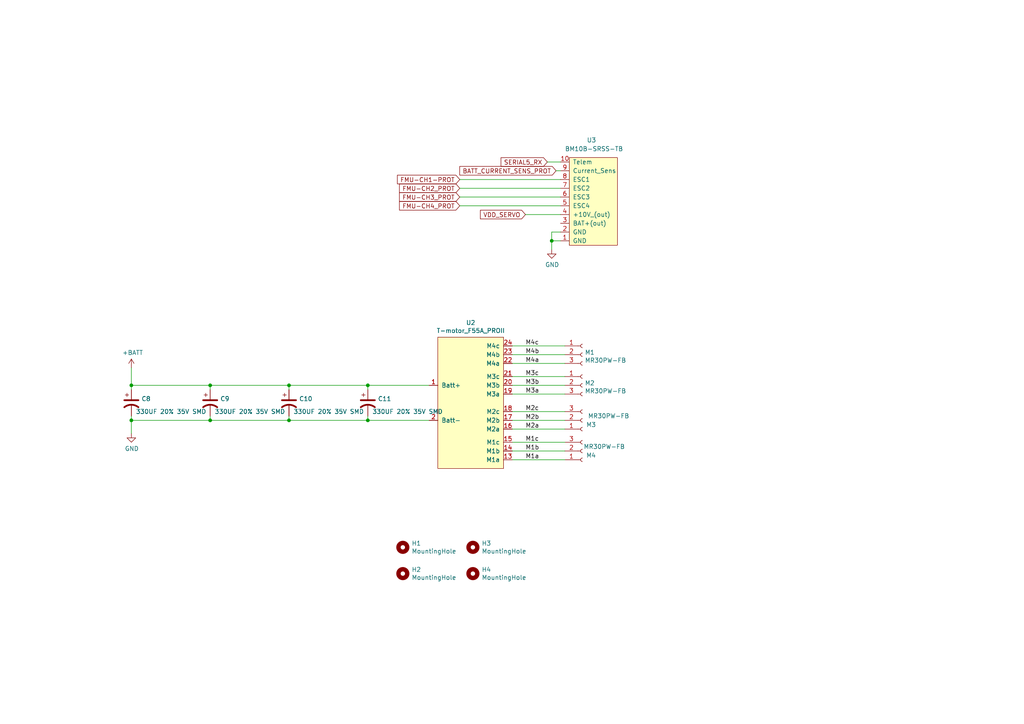
<source format=kicad_sch>
(kicad_sch (version 20231120) (generator "eeschema") (generator_version "8.0")
  (paper "A4")
  (lib_symbols
    (symbol "Mechanical:MountingHole" (pin_names (offset 1.016))
      (property "Reference" "H" (at 0 5.08 0))
      (property "Value" "MountingHole" (at 0 3.175 0))
      (symbol "MountingHole_0_1"
        (circle (center 0 0) (radius 1.27) (stroke (width 1.27)))
      )
    )
    (symbol "SAM4_Mainboard-rescue:+BATT-power" (power) (pin_names (offset 0))
      (property "Value" "power_+BATT" (at 0 3.556 0))
      (symbol "+BATT-power_0_1"
        (polyline (pts (xy -0.762 1.27) (xy 0 2.54)))
        (polyline (pts (xy 0 0) (xy 0 2.54)))
        (polyline (pts (xy 0 2.54) (xy 0.762 1.27)))
      )
      (symbol "+BATT-power_1_1"
        (pin power_in line (at 0 0 90) (length 0) hide (name "+BATT") (number "1"))
      )
    )
    (symbol "SAM4_Mainboard-rescue:CP1-Device" (pin_numbers hide) (pin_names (offset 0.254) hide)
      (property "Reference" "C" (at 0.635 2.54 0))
      (property "Value" "Device_CP1" (at 0.635 -2.54 0))
      (symbol "CP1-Device_0_1"
        (polyline (pts (xy -2.032 0.762) (xy 2.032 0.762)) (stroke (width 0.508)))
        (polyline (pts (xy -1.778 2.286) (xy -0.762 2.286)))
        (polyline (pts (xy -1.27 1.778) (xy -1.27 2.794)))
        (arc (start 2.032 -1.27) (mid 0 -0.5572) (end -2.032 -1.27) (stroke (width 0.508)))
      )
      (symbol "CP1-Device_1_1"
        (pin passive line (at 0 3.81 270) (length 2.794) (name "~") (number "1"))
        (pin passive line (at 0 -3.81 90) (length 3.302) (name "~") (number "2"))
      )
    )
    (symbol "SAM4_Mainboard-rescue:EXT_CONN-T-motor_F55A_PROII-P2_PowerSystem-rescue" (pin_names (offset 1.016))
      (property "Reference" "U" (at 0 22.86 0))
      (property "Value" "EXT_CONN-T-motor_F55A_PROII-P2_PowerSystem-rescue" (at 0 20.32 0))
      (symbol "EXT_CONN-T-motor_F55A_PROII-P2_PowerSystem-rescue_0_1"
        (rectangle (start 0 13.97) (end 13.97 -11.43) (fill (type background)))
      )
      (symbol "EXT_CONN-T-motor_F55A_PROII-P2_PowerSystem-rescue_1_1"
        (pin output line (at -2.54 -10.16 0) (length 2.54) (name "GND") (number "1"))
        (pin output line (at -2.54 12.7 0) (length 2.54) (name "Telem") (number "10"))
        (pin output line (at -2.54 -7.62 0) (length 2.54) (name "GND") (number "2"))
        (pin output line (at -2.54 -5.08 0) (length 2.54) (name "BAT+(out)") (number "3"))
        (pin output line (at -2.54 -2.54 0) (length 2.54) (name "+10V_(out)") (number "4"))
        (pin input line (at -2.54 0 0) (length 2.54) (name "ESC4") (number "5"))
        (pin input line (at -2.54 2.54 0) (length 2.54) (name "ESC3") (number "6"))
        (pin input line (at -2.54 5.08 0) (length 2.54) (name "ESC2") (number "7"))
        (pin input line (at -2.54 7.62 0) (length 2.54) (name "ESC1") (number "8"))
        (pin output line (at -2.54 10.16 0) (length 2.54) (name "Current_Sens") (number "9"))
      )
    )
    (symbol "SAM4_Mainboard-rescue:GND-power" (power) (pin_names (offset 0))
      (property "Value" "power_GND" (at 0 -3.81 0))
      (symbol "GND-power_0_1"
        (polyline (pts (xy 0 0) (xy 0 -1.27) (xy 1.27 -1.27) (xy 0 -2.54) (xy -1.27 -1.27) (xy 0 -1.27)))
      )
      (symbol "GND-power_1_1"
        (pin power_in line (at 0 0 270) (length 0) hide (name "GND") (number "1"))
      )
    )
    (symbol "SAM4_Mainboard-rescue:MR30PW-FB-P2_PowerSystem-rescue" (pin_names (offset 1.016) hide)
      (property "Reference" "J" (at 0 5.08 0))
      (property "Value" "MR30PW-FB-P2_PowerSystem-rescue" (at 0 -5.08 0))
      (property "Description" "https://www.tme.com/us/en-us/details/mr30pw-fb/dc-power-connectors/amass/" (at 0 0 0))
      (symbol "MR30PW-FB-P2_PowerSystem-rescue_1_1"
        (arc (start 0 -2.032) (mid -0.508 -2.54) (end 0 -3.048) (stroke (width 0.1524)))
        (polyline (pts (xy -1.27 -2.54) (xy -0.508 -2.54)) (stroke (width 0.1524)))
        (polyline (pts (xy -1.27 0) (xy -0.508 0)) (stroke (width 0.1524)))
        (polyline (pts (xy -1.27 2.54) (xy -0.508 2.54)) (stroke (width 0.1524)))
        (arc (start 0 0.508) (mid -0.508 0) (end 0 -0.508) (stroke (width 0.1524)))
        (arc (start 0 3.048) (mid -0.508 2.54) (end 0 2.032) (stroke (width 0.1524)))
        (pin passive line (at -5.08 2.54 0) (length 3.81) (name "Pin_1") (number "1"))
        (pin passive line (at -5.08 0 0) (length 3.81) (name "Pin_2") (number "2"))
        (pin passive line (at -5.08 -2.54 0) (length 3.81) (name "Pin_3") (number "3"))
      )
    )
    (symbol "SAM4_Mainboard-rescue:T-motor_F55A_PROII-P2_PowerSystem-rescue" (pin_names (offset 1.016))
      (property "Reference" "U" (at 0 22.86 0))
      (property "Value" "T-motor_F55A_PROII-P2_PowerSystem-rescue" (at 0 20.32 0))
      (symbol "T-motor_F55A_PROII-P2_PowerSystem-rescue_0_1"
        (rectangle (start -8.89 19.05) (end 10.16 -19.05) (fill (type background)))
      )
      (symbol "T-motor_F55A_PROII-P2_PowerSystem-rescue_1_1"
        (pin input line (at -11.43 5.08 0) (length 2.54) (name "Batt+") (number "1"))
        (pin output line (at 12.7 -16.51 180) (length 2.54) (name "M1a") (number "13"))
        (pin output line (at 12.7 -13.97 180) (length 2.54) (name "M1b") (number "14"))
        (pin output line (at 12.7 -11.43 180) (length 2.54) (name "M1c") (number "15"))
        (pin output line (at 12.7 -7.62 180) (length 2.54) (name "M2a") (number "16"))
        (pin output line (at 12.7 -5.08 180) (length 2.54) (name "M2b") (number "17"))
        (pin output line (at 12.7 -2.54 180) (length 2.54) (name "M2c") (number "18"))
        (pin output line (at 12.7 2.54 180) (length 2.54) (name "M3a") (number "19"))
        (pin input line (at -11.43 -5.08 0) (length 2.54) (name "Batt-") (number "2"))
        (pin output line (at 12.7 5.08 180) (length 2.54) (name "M3b") (number "20"))
        (pin output line (at 12.7 7.62 180) (length 2.54) (name "M3c") (number "21"))
        (pin output line (at 12.7 11.43 180) (length 2.54) (name "M4a") (number "22"))
        (pin output line (at 12.7 13.97 180) (length 2.54) (name "M4b") (number "23"))
        (pin output line (at 12.7 16.51 180) (length 2.54) (name "M4c") (number "24"))
      )
    )
  )
  (junction (at 106.68 121.92))
  (junction (at 160.02 69.85))
  (junction (at 38.1 111.76))
  (junction (at 83.82 111.76))
  (junction (at 60.96 111.76))
  (junction (at 60.96 121.92))
  (junction (at 106.68 111.76))
  (junction (at 83.82 121.92))
  (junction (at 38.1 121.92))
  (wire (pts (xy 162.56 69.85) (xy 160.02 69.85)))
  (wire (pts (xy 148.59 100.33) (xy 163.83 100.33)))
  (wire (pts (xy 148.59 109.22) (xy 163.83 109.22)))
  (wire (pts (xy 60.96 120.65) (xy 60.96 121.92)))
  (wire (pts (xy 83.82 111.76) (xy 83.82 113.03)))
  (wire (pts (xy 60.96 111.76) (xy 38.1 111.76)))
  (wire (pts (xy 162.56 67.31) (xy 160.02 67.31)))
  (wire (pts (xy 38.1 125.73) (xy 38.1 121.92)))
  (wire (pts (xy 161.29 49.53) (xy 162.56 49.53)))
  (wire (pts (xy 106.68 121.92) (xy 106.68 120.65)))
  (wire (pts (xy 133.35 59.69) (xy 162.56 59.69)))
  (wire (pts (xy 148.59 128.27) (xy 163.83 128.27)))
  (wire (pts (xy 148.59 124.46) (xy 163.83 124.46)))
  (wire (pts (xy 148.59 111.76) (xy 163.83 111.76)))
  (wire (pts (xy 158.75 46.99) (xy 162.56 46.99)))
  (wire (pts (xy 38.1 111.76) (xy 38.1 113.03)))
  (wire (pts (xy 133.35 52.07) (xy 162.56 52.07)))
  (wire (pts (xy 160.02 69.85) (xy 160.02 72.39)))
  (wire (pts (xy 133.35 54.61) (xy 162.56 54.61)))
  (wire (pts (xy 83.82 121.92) (xy 83.82 120.65)))
  (wire (pts (xy 106.68 121.92) (xy 83.82 121.92)))
  (wire (pts (xy 148.59 130.81) (xy 163.83 130.81)))
  (wire (pts (xy 148.59 105.41) (xy 163.83 105.41)))
  (wire (pts (xy 148.59 121.92) (xy 163.83 121.92)))
  (wire (pts (xy 38.1 121.92) (xy 60.96 121.92)))
  (wire (pts (xy 148.59 102.87) (xy 163.83 102.87)))
  (wire (pts (xy 160.02 67.31) (xy 160.02 69.85)))
  (wire (pts (xy 38.1 106.68) (xy 38.1 111.76)))
  (wire (pts (xy 38.1 120.65) (xy 38.1 121.92)))
  (wire (pts (xy 106.68 111.76) (xy 83.82 111.76)))
  (wire (pts (xy 60.96 121.92) (xy 83.82 121.92)))
  (wire (pts (xy 148.59 119.38) (xy 163.83 119.38)))
  (wire (pts (xy 124.46 111.76) (xy 106.68 111.76)))
  (wire (pts (xy 60.96 113.03) (xy 60.96 111.76)))
  (wire (pts (xy 148.59 133.35) (xy 163.83 133.35)))
  (wire (pts (xy 83.82 111.76) (xy 60.96 111.76)))
  (wire (pts (xy 133.35 57.15) (xy 162.56 57.15)))
  (wire (pts (xy 152.4 62.23) (xy 162.56 62.23)))
  (wire (pts (xy 148.59 114.3) (xy 163.83 114.3)))
  (wire (pts (xy 106.68 113.03) (xy 106.68 111.76)))
  (wire (pts (xy 124.46 121.92) (xy 106.68 121.92)))
  (label "M4a" (at 152.4 105.41 0))
  (label "M1c" (at 152.4 128.27 0))
  (label "M3a" (at 152.4 114.3 0))
  (label "M4b" (at 152.4 102.87 0))
  (label "M2a" (at 152.4 124.46 0))
  (label "M1b" (at 152.4 130.81 0))
  (label "M3b" (at 152.4 111.76 0))
  (label "M2c" (at 152.4 119.38 0))
  (label "M4c" (at 152.4 100.33 0))
  (label "M2b" (at 152.4 121.92 0))
  (label "M1a" (at 152.4 133.35 0))
  (label "M3c" (at 152.4 109.22 0))
  (global_label "SERIAL5_RX" (shape input) (at 158.75 46.99 180) (property "Intersheetrefs" "${INTERSHEET_REFS}" (effects (hide yes))))
  (global_label "FMU-CH3_PROT" (shape input) (at 133.35 57.15 180) (property "Intersheetrefs" "${INTERSHEET_REFS}" (effects (hide yes))))
  (global_label "FMU-CH1-PROT" (shape input) (at 133.35 52.07 180) (property "Intersheetrefs" "${INTERSHEET_REFS}" (effects (hide yes))))
  (global_label "FMU-CH4_PROT" (shape input) (at 133.35 59.69 180) (property "Intersheetrefs" "${INTERSHEET_REFS}" (effects (hide yes))))
  (global_label "FMU-CH2_PROT" (shape input) (at 133.35 54.61 180) (property "Intersheetrefs" "${INTERSHEET_REFS}" (effects (hide yes))))
  (global_label "VDD_SERVO" (shape input) (at 152.4 62.23 180) (property "Intersheetrefs" "${INTERSHEET_REFS}" (effects (hide yes))))
  (global_label "BATT_CURRENT_SENS_PROT" (shape input) (at 161.29 49.53 180) (property "Intersheetrefs" "${INTERSHEET_REFS}" (effects (hide yes))))
  (symbol (lib_id "SAM4_Mainboard-rescue:EXT_CONN-T-motor_F55A_PROII-P2_PowerSystem-rescue") (at 165.1 59.69 0) (unit 1)
    (property "Reference" "U3" (at 170.18 40.64 0) (effects (justify left)))
    (property "Value" "BM10B-SRSS-TB" (at 163.83 43.18 0) (effects (justify left)))
    (property "Footprint" "Connector_JST:JST_SH_BM10B-SRSS-TB_1x10-1MP_P1.00mm_Vertical" (effects (hide yes)))
    (property "Description" "EB2-3045-box1-07" (effects (hide yes)))
  )
  (symbol (lib_id "SAM4_Mainboard-rescue:CP1-Device") (at 106.68 116.84 0) (unit 1)
    (property "Reference" "C11" (at 109.601 115.6716 0) (effects (justify left)))
    (property "Value" "330UF 20% 35V SMD" (at 107.95 119.38 0) (effects (justify left)))
    (property "Footprint" "Capacitor_SMD:CP_Elec_10x10" (effects (hide yes)))
    (property "Description" "R2-300-B-7" (effects (hide yes)))
  )
  (symbol (lib_id "SAM4_Mainboard-rescue:CP1-Device") (at 83.82 116.84 0) (unit 1)
    (property "Reference" "C10" (at 86.741 115.6716 0) (effects (justify left)))
    (property "Value" "330UF 20% 35V SMD" (at 85.09 119.38 0) (effects (justify left)))
    (property "Footprint" "Capacitor_SMD:CP_Elec_10x10" (effects (hide yes)))
    (property "Description" "R2-300-B-7" (effects (hide yes)))
  )
  (symbol (lib_id "SAM4_Mainboard-rescue:T-motor_F55A_PROII-P2_PowerSystem-rescue") (at 135.89 116.84 0) (unit 1)
    (property "Reference" "U2" (at 136.525 93.599 0))
    (property "Value" "T-motor_F55A_PROII" (at 136.525 95.9104 0))
    (property "Footprint" "SAM4_Mainboard:T-motor_55A_ESC" (effects (hide yes)))
    (property "Description" "R2-300-A-18" (effects (hide yes)))
  )
  (symbol (lib_id "Mechanical:MountingHole") (at 116.84 158.75 0) (unit 1)
    (property "Reference" "H1" (at 119.38 157.5816 0) (effects (justify left)))
    (property "Value" "MountingHole" (at 119.38 159.893 0) (effects (justify left)))
    (property "Footprint" "MountingHole:MountingHole_3.2mm_M3_DIN965_Pad" (effects (hide yes)))
  )
  (symbol (lib_id "Mechanical:MountingHole") (at 137.16 158.75 0) (unit 1)
    (property "Reference" "H3" (at 139.7 157.5816 0) (effects (justify left)))
    (property "Value" "MountingHole" (at 139.7 159.893 0) (effects (justify left)))
    (property "Footprint" "MountingHole:MountingHole_3.2mm_M3_DIN965_Pad" (effects (hide yes)))
  )
  (symbol (lib_id "Mechanical:MountingHole") (at 116.84 166.37 0) (unit 1)
    (property "Reference" "H2" (at 119.38 165.2016 0) (effects (justify left)))
    (property "Value" "MountingHole" (at 119.38 167.513 0) (effects (justify left)))
    (property "Footprint" "MountingHole:MountingHole_3.2mm_M3_DIN965_Pad" (effects (hide yes)))
  )
  (symbol (lib_id "Mechanical:MountingHole") (at 137.16 166.37 0) (unit 1)
    (property "Reference" "H4" (at 139.7 165.2016 0) (effects (justify left)))
    (property "Value" "MountingHole" (at 139.7 167.513 0) (effects (justify left)))
    (property "Footprint" "MountingHole:MountingHole_3.2mm_M3_DIN965_Pad" (effects (hide yes)))
  )
  (symbol (lib_id "SAM4_Mainboard-rescue:+BATT-power") (at 38.1 106.68 0) (unit 1)
    (property "Reference" "#PWR030" (effects (hide yes)))
    (property "Value" "+BATT" (at 38.481 102.2858 0))
  )
  (symbol (lib_id "SAM4_Mainboard-rescue:GND-power") (at 160.02 72.39 0) (unit 1)
    (property "Reference" "#PWR032" (effects (hide yes)))
    (property "Value" "GND" (at 160.147 76.7842 0))
  )
  (symbol (lib_id "SAM4_Mainboard-rescue:GND-power") (at 38.1 125.73 0) (unit 1)
    (property "Reference" "#PWR031" (effects (hide yes)))
    (property "Value" "GND" (at 38.227 130.1242 0))
  )
  (symbol (lib_id "SAM4_Mainboard-rescue:CP1-Device") (at 60.96 116.84 0) (unit 1)
    (property "Reference" "C9" (at 63.881 115.6716 0) (effects (justify left)))
    (property "Value" "330UF 20% 35V SMD" (at 62.23 119.38 0) (effects (justify left)))
    (property "Footprint" "Capacitor_SMD:CP_Elec_10x10" (effects (hide yes)))
    (property "Description" "R2-300-B-7" (effects (hide yes)))
  )
  (symbol (lib_id "SAM4_Mainboard-rescue:CP1-Device") (at 38.1 116.84 0) (unit 1)
    (property "Reference" "C8" (at 41.021 115.6716 0) (effects (justify left)))
    (property "Value" "330UF 20% 35V SMD" (at 39.37 119.38 0) (effects (justify left)))
    (property "Footprint" "Capacitor_SMD:CP_Elec_10x10" (effects (hide yes)))
    (property "Description" "R2-300-B-7" (effects (hide yes)))
  )
  (symbol (lib_id "SAM4_Mainboard-rescue:MR30PW-FB-P2_PowerSystem-rescue") (at 168.91 102.87 0) (unit 1)
    (property "Reference" "M1" (at 169.6212 102.2096 0) (effects (justify left)))
    (property "Value" "MR30PW-FB" (at 169.6212 104.521 0) (effects (justify left)))
    (property "Footprint" "SAM4_Mainboard:AMASS_MR30PW-FB_1x03_P3.50mm_Horizontal" (effects (hide yes)))
    (property "Datasheet" "https://www.tme.com/Document/5e47640ba39fa492dbd4c0f4c8ae7b93/MR30PW%20SPEC.pdf" (effects (hide yes)))
    (property "Description" "https://www.tme.com/us/en-us/details/mr30pw-fb/dc-power-connectors/amass/" (effects (hide yes)))
    (property "Location" "EB2-3045-box1-15" (effects (hide yes)))
  )
  (symbol (lib_id "SAM4_Mainboard-rescue:MR30PW-FB-P2_PowerSystem-rescue") (at 168.91 111.76 0) (unit 1)
    (property "Reference" "M2" (at 169.6212 111.0996 0) (effects (justify left)))
    (property "Value" "MR30PW-FB" (at 169.6212 113.411 0) (effects (justify left)))
    (property "Footprint" "SAM4_Mainboard:AMASS_MR30PW-FB_1x03_P3.50mm_Horizontal" (effects (hide yes)))
    (property "Datasheet" "https://www.tme.com/Document/5e47640ba39fa492dbd4c0f4c8ae7b93/MR30PW%20SPEC.pdf" (effects (hide yes)))
    (property "Description" "https://www.tme.com/us/en-us/details/mr30pw-fb/dc-power-connectors/amass/" (effects (hide yes)))
    (property "Location" "EB2-3045-box1-15" (effects (hide yes)))
  )
  (symbol (lib_id "SAM4_Mainboard-rescue:MR30PW-FB-P2_PowerSystem-rescue") (at 168.91 121.92 0) (mirror x) (unit 1)
    (property "Reference" "M3" (at 171.45 123.19 0))
    (property "Value" "MR30PW-FB" (at 176.53 120.65 0))
    (property "Footprint" "SAM4_Mainboard:AMASS_MR30PW-FB_1x03_P3.50mm_Horizontal" (effects (hide yes)))
    (property "Datasheet" "https://www.tme.com/Document/5e47640ba39fa492dbd4c0f4c8ae7b93/MR30PW%20SPEC.pdf" (effects (hide yes)))
    (property "Description" "https://www.tme.com/us/en-us/details/mr30pw-fb/dc-power-connectors/amass/" (effects (hide yes)))
    (property "Location" "EB2-3045-box1-15" (effects (hide yes)))
  )
  (symbol (lib_id "SAM4_Mainboard-rescue:MR30PW-FB-P2_PowerSystem-rescue") (at 168.91 130.81 0) (mirror x) (unit 1)
    (property "Reference" "M4" (at 171.45 132.08 0))
    (property "Value" "MR30PW-FB" (at 175.26 129.54 0))
    (property "Footprint" "SAM4_Mainboard:AMASS_MR30PW-FB_1x03_P3.50mm_Horizontal" (effects (hide yes)))
    (property "Datasheet" "https://www.tme.com/Document/5e47640ba39fa492dbd4c0f4c8ae7b93/MR30PW%20SPEC.pdf" (effects (hide yes)))
    (property "Description" "https://www.tme.com/us/en-us/details/mr30pw-fb/dc-power-connectors/amass/" (effects (hide yes)))
    (property "Location" "EB2-3045-box1-15" (effects (hide yes)))
  )
)
</source>
